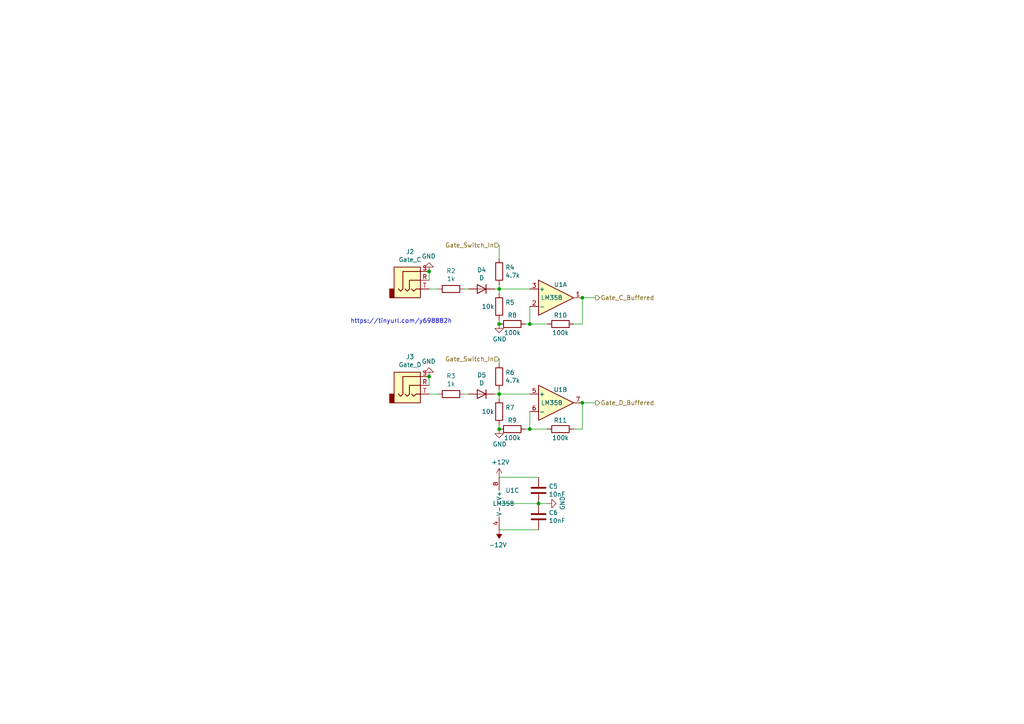
<source format=kicad_sch>
(kicad_sch (version 20211123) (generator eeschema)
  (paper "A4")
  (lib_symbols
    (symbol "Amplifier_Operational:LM358" (pin_names (offset 0.127))
      (property "Reference" "U" (at 0 5.08 0))
      (property "Value" "LM358" (at 0 -5.08 0))
      (symbol "LM358_1_1"
        (polyline (pts (xy -5.08 5.08) (xy 5.08 0) (xy -5.08 -5.08) (xy -5.08 5.08)) (stroke (width 0.254)) (fill (type background)))
        (pin output line (at 7.62 0 180) (length 2.54) (name "~") (number "1"))
        (pin input line (at -7.62 -2.54 0) (length 2.54) (name "-") (number "2"))
        (pin input line (at -7.62 2.54 0) (length 2.54) (name "+") (number "3"))
      )
      (symbol "LM358_2_1"
        (polyline (pts (xy -5.08 5.08) (xy 5.08 0) (xy -5.08 -5.08) (xy -5.08 5.08)) (stroke (width 0.254)) (fill (type background)))
        (pin input line (at -7.62 2.54 0) (length 2.54) (name "+") (number "5"))
        (pin input line (at -7.62 -2.54 0) (length 2.54) (name "-") (number "6"))
        (pin output line (at 7.62 0 180) (length 2.54) (name "~") (number "7"))
      )
      (symbol "LM358_3_1"
        (pin power_in line (at -2.54 -7.62 90) (length 3.81) (name "V-") (number "4"))
        (pin power_in line (at -2.54 7.62 270) (length 3.81) (name "V+") (number "8"))
      )
    )
    (symbol "Connector:AudioJack3"
      (property "Reference" "J" (at 0 8.89 0))
      (property "Value" "AudioJack3" (at 0 6.35 0))
      (symbol "AudioJack3_0_1"
        (rectangle (start -5.08 -5.08) (end -6.35 -2.54) (stroke (width 0.254)) (fill (type outline)))
        (polyline (pts (xy 0 -2.54) (xy 0.635 -3.175) (xy 1.27 -2.54) (xy 2.54 -2.54)) (stroke (width 0.254)))
        (polyline (pts (xy -1.905 -2.54) (xy -1.27 -3.175) (xy -0.635 -2.54) (xy -0.635 0) (xy 2.54 0)) (stroke (width 0.254)))
        (polyline (pts (xy 2.54 2.54) (xy -2.54 2.54) (xy -2.54 -2.54) (xy -3.175 -3.175) (xy -3.81 -2.54)) (stroke (width 0.254)))
        (rectangle (start 2.54 3.81) (end -5.08 -5.08) (stroke (width 0.254)) (fill (type background)))
      )
      (symbol "AudioJack3_1_1"
        (pin passive line (at 5.08 0 180) (length 2.54) (name "~") (number "R"))
        (pin passive line (at 5.08 2.54 180) (length 2.54) (name "~") (number "S"))
        (pin passive line (at 5.08 -2.54 180) (length 2.54) (name "~") (number "T"))
      )
    )
    (symbol "Device:C" (pin_numbers hide) (pin_names (offset 0.254))
      (property "Reference" "C" (at 0.635 2.54 0))
      (property "Value" "C" (at 0.635 -2.54 0))
      (symbol "C_0_1"
        (polyline (pts (xy -2.032 -0.762) (xy 2.032 -0.762)) (stroke (width 0.508)))
        (polyline (pts (xy -2.032 0.762) (xy 2.032 0.762)) (stroke (width 0.508)))
      )
      (symbol "C_1_1"
        (pin passive line (at 0 3.81 270) (length 2.794) (name "~") (number "1"))
        (pin passive line (at 0 -3.81 90) (length 2.794) (name "~") (number "2"))
      )
    )
    (symbol "Device:D" (pin_numbers hide) (pin_names (offset 1.016) hide)
      (property "Reference" "D" (at 0 2.54 0))
      (property "Value" "D" (at 0 -2.54 0))
      (symbol "D_0_1"
        (polyline (pts (xy -1.27 1.27) (xy -1.27 -1.27)) (stroke (width 0.254)))
        (polyline (pts (xy 1.27 0) (xy -1.27 0)))
        (polyline (pts (xy 1.27 1.27) (xy 1.27 -1.27) (xy -1.27 0) (xy 1.27 1.27)) (stroke (width 0.254)))
      )
      (symbol "D_1_1"
        (pin passive line (at -3.81 0 0) (length 2.54) (name "K") (number "1"))
        (pin passive line (at 3.81 0 180) (length 2.54) (name "A") (number "2"))
      )
    )
    (symbol "Device:R" (pin_numbers hide) (pin_names (offset 0))
      (property "Reference" "R" (at 2.032 0 90))
      (property "Value" "R" (at 0 0 90))
      (symbol "R_0_1"
        (rectangle (start -1.016 -2.54) (end 1.016 2.54) (stroke (width 0.254)))
      )
      (symbol "R_1_1"
        (pin passive line (at 0 3.81 270) (length 1.27) (name "~") (number "1"))
        (pin passive line (at 0 -3.81 90) (length 1.27) (name "~") (number "2"))
      )
    )
    (symbol "power:+12V" (power) (pin_names (offset 0))
      (property "Value" "+12V" (at 0 3.556 0))
      (symbol "+12V_0_1"
        (polyline (pts (xy -0.762 1.27) (xy 0 2.54)))
        (polyline (pts (xy 0 0) (xy 0 2.54)))
        (polyline (pts (xy 0 2.54) (xy 0.762 1.27)))
      )
      (symbol "+12V_1_1"
        (pin power_in line (at 0 0 90) (length 0) hide (name "+12V") (number "1"))
      )
    )
    (symbol "power:-12V" (power) (pin_names (offset 0))
      (property "Value" "-12V" (at 0 3.81 0))
      (symbol "-12V_0_0"
        (pin power_in line (at 0 0 90) (length 0) hide (name "-12V") (number "1"))
      )
      (symbol "-12V_0_1"
        (polyline (pts (xy 0 0) (xy 0 1.27) (xy 0.762 1.27) (xy 0 2.54) (xy -0.762 1.27) (xy 0 1.27)) (fill (type outline)))
      )
    )
    (symbol "power:GND" (power) (pin_names (offset 0))
      (property "Value" "GND" (at 0 -3.81 0))
      (symbol "GND_0_1"
        (polyline (pts (xy 0 0) (xy 0 -1.27) (xy 1.27 -1.27) (xy 0 -2.54) (xy -1.27 -1.27) (xy 0 -1.27)))
      )
      (symbol "GND_1_1"
        (pin power_in line (at 0 0 270) (length 0) hide (name "GND") (number "1"))
      )
    )
  )
  (junction (at 144.78 83.82))
  (junction (at 144.78 114.3))
  (junction (at 124.46 78.74))
  (junction (at 168.91 116.84))
  (junction (at 153.67 124.46))
  (junction (at 124.46 109.22))
  (junction (at 168.91 86.36))
  (junction (at 144.78 124.46))
  (junction (at 144.78 93.98))
  (junction (at 153.67 93.98))
  (junction (at 156.21 146.05))
  (wire (pts (xy 144.78 71.12) (xy 144.78 74.93)))
  (wire (pts (xy 168.91 93.98) (xy 168.91 86.36)))
  (wire (pts (xy 153.67 119.38) (xy 153.67 124.46)))
  (wire (pts (xy 144.78 114.3) (xy 144.78 115.57)))
  (wire (pts (xy 153.67 88.9) (xy 153.67 93.98)))
  (wire (pts (xy 144.78 153.67) (xy 156.21 153.67)))
  (wire (pts (xy 144.78 92.71) (xy 144.78 93.98)))
  (wire (pts (xy 134.62 83.82) (xy 135.89 83.82)))
  (wire (pts (xy 168.91 116.84) (xy 172.72 116.84)))
  (wire (pts (xy 134.62 114.3) (xy 135.89 114.3)))
  (wire (pts (xy 168.91 124.46) (xy 168.91 116.84)))
  (wire (pts (xy 153.67 93.98) (xy 152.4 93.98)))
  (wire (pts (xy 144.78 123.19) (xy 144.78 124.46)))
  (wire (pts (xy 144.78 105.41) (xy 144.78 104.14)))
  (wire (pts (xy 144.78 83.82) (xy 153.67 83.82)))
  (wire (pts (xy 144.78 114.3) (xy 153.67 114.3)))
  (wire (pts (xy 144.78 146.05) (xy 156.21 146.05)))
  (wire (pts (xy 143.51 83.82) (xy 144.78 83.82)))
  (wire (pts (xy 153.67 124.46) (xy 152.4 124.46)))
  (wire (pts (xy 144.78 113.03) (xy 144.78 114.3)))
  (wire (pts (xy 144.78 138.43) (xy 156.21 138.43)))
  (wire (pts (xy 153.67 124.46) (xy 158.75 124.46)))
  (wire (pts (xy 144.78 83.82) (xy 144.78 85.09)))
  (wire (pts (xy 143.51 114.3) (xy 144.78 114.3)))
  (wire (pts (xy 124.46 81.28) (xy 124.46 78.74)))
  (wire (pts (xy 124.46 111.76) (xy 124.46 109.22)))
  (wire (pts (xy 124.46 83.82) (xy 127 83.82)))
  (wire (pts (xy 156.21 146.05) (xy 158.75 146.05)))
  (wire (pts (xy 144.78 82.55) (xy 144.78 83.82)))
  (wire (pts (xy 166.37 93.98) (xy 168.91 93.98)))
  (wire (pts (xy 168.91 86.36) (xy 172.72 86.36)))
  (wire (pts (xy 124.46 114.3) (xy 127 114.3)))
  (wire (pts (xy 166.37 124.46) (xy 168.91 124.46)))
  (wire (pts (xy 153.67 93.98) (xy 158.75 93.98)))
  (text "https://tinyurl.com/y698882h" (at 101.6 93.98 0) (effects (font (size 1.27 1.27)) (justify left bottom)))
  (hierarchical_label "Gate_D_Buffered" (shape output) (at 172.72 116.84 0))
  (hierarchical_label "Gate_Switch_In" (shape input) (at 144.78 71.12 180))
  (hierarchical_label "Gate_Switch_In" (shape input) (at 144.78 104.14 180))
  (hierarchical_label "Gate_C_Buffered" (shape output) (at 172.72 86.36 0))
  (symbol (lib_id "power:GND") (at 124.46 78.74 180) (unit 1)
    (property "Reference" "#PWR016" (effects hide))
    (property "Value" "GND" (at 124.333 74.3458 0))
  )
  (symbol (lib_id "power:GND") (at 144.78 93.98 0) (unit 1)
    (property "Reference" "#PWR018" (effects hide))
    (property "Value" "GND" (at 144.907 98.3742 0))
  )
  (symbol (lib_id "Device:R") (at 162.56 93.98 270) (unit 1)
    (property "Reference" "R10" (at 162.56 91.44 90))
    (property "Value" "100k" (at 162.56 96.52 90))
    (property "Footprint" "Resistor_SMD:R_1206_3216Metric_Pad1.30x1.75mm_HandSolder" (effects hide))
  )
  (symbol (lib_id "Device:R") (at 148.59 93.98 270) (unit 1)
    (property "Reference" "R8" (at 148.59 91.44 90))
    (property "Value" "100k" (at 148.59 96.52 90))
    (property "Footprint" "Resistor_SMD:R_1206_3216Metric_Pad1.30x1.75mm_HandSolder" (effects hide))
  )
  (symbol (lib_id "Device:D") (at 139.7 83.82 180) (unit 1)
    (property "Reference" "D4" (at 139.7 78.3082 0))
    (property "Value" "D" (at 139.7 80.6196 0))
    (property "Footprint" "Diode_THT:D_A-405_P7.62mm_Horizontal" (effects hide))
  )
  (symbol (lib_id "Device:R") (at 144.78 88.9 0) (unit 1)
    (property "Reference" "R5" (at 146.558 87.7316 0) (effects (justify left)))
    (property "Value" "10k" (at 139.7 88.9 0) (effects (justify left)))
    (property "Footprint" "Resistor_SMD:R_1206_3216Metric_Pad1.30x1.75mm_HandSolder" (effects hide))
  )
  (symbol (lib_id "Device:R") (at 144.78 78.74 0) (unit 1)
    (property "Reference" "R4" (at 146.558 77.5716 0) (effects (justify left)))
    (property "Value" "4.7k" (at 146.558 79.883 0) (effects (justify left)))
    (property "Footprint" "Resistor_SMD:R_1206_3216Metric_Pad1.30x1.75mm_HandSolder" (effects hide))
  )
  (symbol (lib_id "Device:R") (at 130.81 83.82 90) (unit 1)
    (property "Reference" "R2" (at 130.81 78.5622 90))
    (property "Value" "1k" (at 130.81 80.8736 90))
    (property "Footprint" "Resistor_SMD:R_1206_3216Metric_Pad1.30x1.75mm_HandSolder" (effects hide))
  )
  (symbol (lib_id "Connector:AudioJack3") (at 119.38 81.28 0) (unit 1)
    (property "Reference" "J2" (at 118.9228 73.025 0))
    (property "Value" "Gate_C" (at 118.9228 75.3364 0))
    (property "Footprint" "My Stuff:Jack_2.5mm_MJ-355W_Vertical" (effects hide))
  )
  (symbol (lib_id "Amplifier_Operational:LM358") (at 161.29 86.36 0) (unit 1)
    (property "Reference" "U1" (at 162.56 82.55 0))
    (property "Value" "LM358" (at 160.02 86.36 0))
    (property "Footprint" "Package_DIP:DIP-8_W7.62mm" (effects hide))
    (property "Datasheet" "http://www.ti.com/lit/ds/symlink/lm2904-n.pdf" (effects hide))
  )
  (symbol (lib_id "Amplifier_Operational:LM358") (at 161.29 116.84 0) (unit 2)
    (property "Reference" "U1" (at 162.56 113.03 0))
    (property "Value" "LM358" (at 160.02 116.84 0))
    (property "Footprint" "Package_DIP:DIP-8_W7.62mm" (effects hide))
    (property "Datasheet" "http://www.ti.com/lit/ds/symlink/lm2904-n.pdf" (effects hide))
  )
  (symbol (lib_id "power:GND") (at 124.46 109.22 180) (unit 1)
    (property "Reference" "#PWR017" (effects hide))
    (property "Value" "GND" (at 124.333 104.8258 0))
  )
  (symbol (lib_id "power:GND") (at 144.78 124.46 0) (unit 1)
    (property "Reference" "#PWR019" (effects hide))
    (property "Value" "GND" (at 144.907 128.8542 0))
  )
  (symbol (lib_id "Device:R") (at 162.56 124.46 270) (unit 1)
    (property "Reference" "R11" (at 162.56 121.92 90))
    (property "Value" "100k" (at 162.56 127 90))
    (property "Footprint" "Resistor_SMD:R_1206_3216Metric_Pad1.30x1.75mm_HandSolder" (effects hide))
  )
  (symbol (lib_id "Device:R") (at 148.59 124.46 270) (unit 1)
    (property "Reference" "R9" (at 148.59 121.92 90))
    (property "Value" "100k" (at 148.59 127 90))
    (property "Footprint" "Resistor_SMD:R_1206_3216Metric_Pad1.30x1.75mm_HandSolder" (effects hide))
  )
  (symbol (lib_id "Device:D") (at 139.7 114.3 180) (unit 1)
    (property "Reference" "D5" (at 139.7 108.7882 0))
    (property "Value" "D" (at 139.7 111.0996 0))
    (property "Footprint" "Diode_THT:D_A-405_P7.62mm_Horizontal" (effects hide))
  )
  (symbol (lib_id "Device:R") (at 144.78 119.38 0) (unit 1)
    (property "Reference" "R7" (at 146.558 118.2116 0) (effects (justify left)))
    (property "Value" "10k" (at 139.7 119.38 0) (effects (justify left)))
    (property "Footprint" "Resistor_SMD:R_1206_3216Metric_Pad1.30x1.75mm_HandSolder" (effects hide))
  )
  (symbol (lib_id "Device:R") (at 144.78 109.22 0) (unit 1)
    (property "Reference" "R6" (at 146.558 108.0516 0) (effects (justify left)))
    (property "Value" "4.7k" (at 146.558 110.363 0) (effects (justify left)))
    (property "Footprint" "Resistor_SMD:R_1206_3216Metric_Pad1.30x1.75mm_HandSolder" (effects hide))
  )
  (symbol (lib_id "Device:R") (at 130.81 114.3 90) (unit 1)
    (property "Reference" "R3" (at 130.81 109.0422 90))
    (property "Value" "1k" (at 130.81 111.3536 90))
    (property "Footprint" "Resistor_SMD:R_1206_3216Metric_Pad1.30x1.75mm_HandSolder" (effects hide))
  )
  (symbol (lib_id "Connector:AudioJack3") (at 119.38 111.76 0) (unit 1)
    (property "Reference" "J3" (at 118.9228 103.505 0))
    (property "Value" "Gate_D" (at 118.9228 105.8164 0))
    (property "Footprint" "My Stuff:Jack_2.5mm_MJ-355W_Vertical" (effects hide))
  )
  (symbol (lib_id "Device:C") (at 156.21 142.24 180) (unit 1)
    (property "Reference" "C5" (at 159.131 141.0716 0) (effects (justify right)))
    (property "Value" "10nF" (at 159.131 143.383 0) (effects (justify right)))
    (property "Footprint" "Capacitor_THT:C_Disc_D5.1mm_W3.2mm_P5.00mm" (effects hide))
  )
  (symbol (lib_id "power:GND") (at 158.75 146.05 90) (unit 1)
    (property "Reference" "#PWR022" (effects hide))
    (property "Value" "GND" (at 163.1442 145.923 0))
  )
  (symbol (lib_id "Device:C") (at 156.21 149.86 180) (unit 1)
    (property "Reference" "C6" (at 159.131 148.6916 0) (effects (justify right)))
    (property "Value" "10nF" (at 159.131 151.003 0) (effects (justify right)))
    (property "Footprint" "Capacitor_THT:C_Disc_D5.1mm_W3.2mm_P5.00mm" (effects hide))
  )
  (symbol (lib_id "power:+12V") (at 144.78 138.43 0) (unit 1)
    (property "Reference" "#PWR020" (effects hide))
    (property "Value" "+12V" (at 145.161 134.0358 0))
  )
  (symbol (lib_id "power:-12V") (at 144.78 153.67 180) (unit 1)
    (property "Reference" "#PWR021" (effects hide))
    (property "Value" "-12V" (at 144.399 158.0642 0))
  )
  (symbol (lib_id "Amplifier_Operational:LM358") (at 147.32 146.05 0) (unit 3)
    (property "Reference" "U1" (at 148.59 142.24 0))
    (property "Value" "LM358" (at 146.05 146.05 0))
    (property "Footprint" "Package_DIP:DIP-8_W7.62mm" (effects hide))
    (property "Datasheet" "http://www.ti.com/lit/ds/symlink/lm2904-n.pdf" (effects hide))
  )
)
</source>
